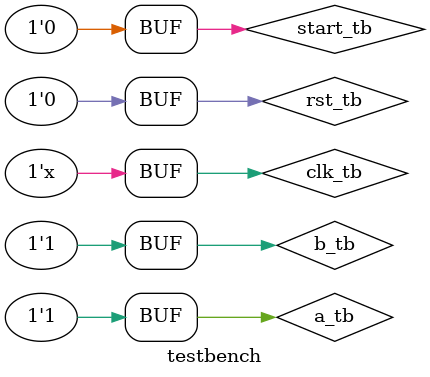
<source format=v>
/*
Author: Mehran Goli
Version: 1.0
Date: 17-8-2019
*/
module testbench();

reg  a_tb,b_tb,start_tb,rst_tb,clk_tb=0;
wire[8:0] result_tb;
wire ready;

 serial_adder add_cut ( a_tb,b_tb,start_tb,rst_tb,clk_tb, result_tb, ready_tb);
 always #4 clk_tb = ~clk_tb;
 initial begin
	rst_tb = 1; 
	#10 rst_tb = 0;
	start_tb = 0;
	#10 start_tb = 1;
	//@posedge(clk_tb);
	start_tb = 0;
	
	a_tb = 0;b_tb=0;
	#10 a_tb = 0;b_tb=1;
	#10 a_tb = 1;b_tb=0;
	#10 a_tb = 1;b_tb=1;
	#10 a_tb = 0;b_tb=0;
	#10 a_tb = 0;b_tb=1;
	#10 a_tb = 1;b_tb=0;
	#10 a_tb = 1;b_tb=1;
	end	
endmodule

</source>
